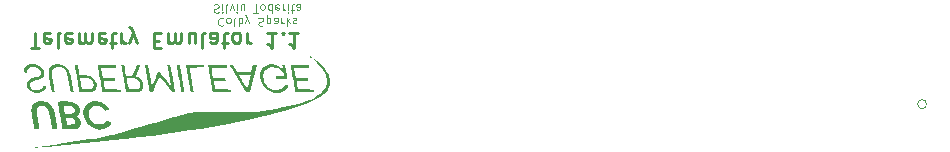
<source format=gbo>
%TF.GenerationSoftware,KiCad,Pcbnew,(6.0.7-1)-1*%
%TF.CreationDate,2022-11-21T17:18:22-08:00*%
%TF.ProjectId,telemetry-emulator-pcb,74656c65-6d65-4747-9279-2d656d756c61,rev?*%
%TF.SameCoordinates,Original*%
%TF.FileFunction,Legend,Bot*%
%TF.FilePolarity,Positive*%
%FSLAX46Y46*%
G04 Gerber Fmt 4.6, Leading zero omitted, Abs format (unit mm)*
G04 Created by KiCad (PCBNEW (6.0.7-1)-1) date 2022-11-21 17:18:22*
%MOMM*%
%LPD*%
G01*
G04 APERTURE LIST*
%ADD10C,0.250000*%
%ADD11C,0.100000*%
%ADD12C,0.120000*%
%ADD13C,3.200000*%
%ADD14C,2.000000*%
%ADD15R,1.700000X1.700000*%
%ADD16O,1.700000X1.700000*%
%ADD17C,3.400000*%
%ADD18R,1.690000X1.690000*%
%ADD19C,1.690000*%
%ADD20C,3.454400*%
%ADD21C,1.676400*%
G04 APERTURE END LIST*
D10*
X95809523Y-68411904D02*
X96552380Y-68411904D01*
X96180952Y-67111904D02*
X96180952Y-68411904D01*
X97480952Y-67173809D02*
X97357142Y-67111904D01*
X97109523Y-67111904D01*
X96985714Y-67173809D01*
X96923809Y-67297619D01*
X96923809Y-67792857D01*
X96985714Y-67916666D01*
X97109523Y-67978571D01*
X97357142Y-67978571D01*
X97480952Y-67916666D01*
X97542857Y-67792857D01*
X97542857Y-67669047D01*
X96923809Y-67545238D01*
X98285714Y-67111904D02*
X98161904Y-67173809D01*
X98100000Y-67297619D01*
X98100000Y-68411904D01*
X99276190Y-67173809D02*
X99152380Y-67111904D01*
X98904761Y-67111904D01*
X98780952Y-67173809D01*
X98719047Y-67297619D01*
X98719047Y-67792857D01*
X98780952Y-67916666D01*
X98904761Y-67978571D01*
X99152380Y-67978571D01*
X99276190Y-67916666D01*
X99338095Y-67792857D01*
X99338095Y-67669047D01*
X98719047Y-67545238D01*
X99895238Y-67111904D02*
X99895238Y-67978571D01*
X99895238Y-67854761D02*
X99957142Y-67916666D01*
X100080952Y-67978571D01*
X100266666Y-67978571D01*
X100390476Y-67916666D01*
X100452380Y-67792857D01*
X100452380Y-67111904D01*
X100452380Y-67792857D02*
X100514285Y-67916666D01*
X100638095Y-67978571D01*
X100823809Y-67978571D01*
X100947619Y-67916666D01*
X101009523Y-67792857D01*
X101009523Y-67111904D01*
X102123809Y-67173809D02*
X102000000Y-67111904D01*
X101752380Y-67111904D01*
X101628571Y-67173809D01*
X101566666Y-67297619D01*
X101566666Y-67792857D01*
X101628571Y-67916666D01*
X101752380Y-67978571D01*
X102000000Y-67978571D01*
X102123809Y-67916666D01*
X102185714Y-67792857D01*
X102185714Y-67669047D01*
X101566666Y-67545238D01*
X102557142Y-67978571D02*
X103052380Y-67978571D01*
X102742857Y-68411904D02*
X102742857Y-67297619D01*
X102804761Y-67173809D01*
X102928571Y-67111904D01*
X103052380Y-67111904D01*
X103485714Y-67111904D02*
X103485714Y-67978571D01*
X103485714Y-67730952D02*
X103547619Y-67854761D01*
X103609523Y-67916666D01*
X103733333Y-67978571D01*
X103857142Y-67978571D01*
X104166666Y-67978571D02*
X104476190Y-67111904D01*
X104785714Y-67978571D02*
X104476190Y-67111904D01*
X104352380Y-66802380D01*
X104290476Y-66740476D01*
X104166666Y-66678571D01*
X106271428Y-67792857D02*
X106704761Y-67792857D01*
X106890476Y-67111904D02*
X106271428Y-67111904D01*
X106271428Y-68411904D01*
X106890476Y-68411904D01*
X107447619Y-67111904D02*
X107447619Y-67978571D01*
X107447619Y-67854761D02*
X107509523Y-67916666D01*
X107633333Y-67978571D01*
X107819047Y-67978571D01*
X107942857Y-67916666D01*
X108004761Y-67792857D01*
X108004761Y-67111904D01*
X108004761Y-67792857D02*
X108066666Y-67916666D01*
X108190476Y-67978571D01*
X108376190Y-67978571D01*
X108500000Y-67916666D01*
X108561904Y-67792857D01*
X108561904Y-67111904D01*
X109738095Y-67978571D02*
X109738095Y-67111904D01*
X109180952Y-67978571D02*
X109180952Y-67297619D01*
X109242857Y-67173809D01*
X109366666Y-67111904D01*
X109552380Y-67111904D01*
X109676190Y-67173809D01*
X109738095Y-67235714D01*
X110542857Y-67111904D02*
X110419047Y-67173809D01*
X110357142Y-67297619D01*
X110357142Y-68411904D01*
X111595238Y-67111904D02*
X111595238Y-67792857D01*
X111533333Y-67916666D01*
X111409523Y-67978571D01*
X111161904Y-67978571D01*
X111038095Y-67916666D01*
X111595238Y-67173809D02*
X111471428Y-67111904D01*
X111161904Y-67111904D01*
X111038095Y-67173809D01*
X110976190Y-67297619D01*
X110976190Y-67421428D01*
X111038095Y-67545238D01*
X111161904Y-67607142D01*
X111471428Y-67607142D01*
X111595238Y-67669047D01*
X112028571Y-67978571D02*
X112523809Y-67978571D01*
X112214285Y-68411904D02*
X112214285Y-67297619D01*
X112276190Y-67173809D01*
X112400000Y-67111904D01*
X112523809Y-67111904D01*
X113142857Y-67111904D02*
X113019047Y-67173809D01*
X112957142Y-67235714D01*
X112895238Y-67359523D01*
X112895238Y-67730952D01*
X112957142Y-67854761D01*
X113019047Y-67916666D01*
X113142857Y-67978571D01*
X113328571Y-67978571D01*
X113452380Y-67916666D01*
X113514285Y-67854761D01*
X113576190Y-67730952D01*
X113576190Y-67359523D01*
X113514285Y-67235714D01*
X113452380Y-67173809D01*
X113328571Y-67111904D01*
X113142857Y-67111904D01*
X114133333Y-67111904D02*
X114133333Y-67978571D01*
X114133333Y-67730952D02*
X114195238Y-67854761D01*
X114257142Y-67916666D01*
X114380952Y-67978571D01*
X114504761Y-67978571D01*
X116609523Y-67111904D02*
X115866666Y-67111904D01*
X116238095Y-67111904D02*
X116238095Y-68411904D01*
X116114285Y-68226190D01*
X115990476Y-68102380D01*
X115866666Y-68040476D01*
X117166666Y-67235714D02*
X117228571Y-67173809D01*
X117166666Y-67111904D01*
X117104761Y-67173809D01*
X117166666Y-67235714D01*
X117166666Y-67111904D01*
X118466666Y-67111904D02*
X117723809Y-67111904D01*
X118095238Y-67111904D02*
X118095238Y-68411904D01*
X117971428Y-68226190D01*
X117847619Y-68102380D01*
X117723809Y-68040476D01*
D11*
X112116666Y-65913500D02*
X112083333Y-65880166D01*
X111983333Y-65846833D01*
X111916666Y-65846833D01*
X111816666Y-65880166D01*
X111750000Y-65946833D01*
X111716666Y-66013500D01*
X111683333Y-66146833D01*
X111683333Y-66246833D01*
X111716666Y-66380166D01*
X111750000Y-66446833D01*
X111816666Y-66513500D01*
X111916666Y-66546833D01*
X111983333Y-66546833D01*
X112083333Y-66513500D01*
X112116666Y-66480166D01*
X112516666Y-65846833D02*
X112450000Y-65880166D01*
X112416666Y-65913500D01*
X112383333Y-65980166D01*
X112383333Y-66180166D01*
X112416666Y-66246833D01*
X112450000Y-66280166D01*
X112516666Y-66313500D01*
X112616666Y-66313500D01*
X112683333Y-66280166D01*
X112716666Y-66246833D01*
X112750000Y-66180166D01*
X112750000Y-65980166D01*
X112716666Y-65913500D01*
X112683333Y-65880166D01*
X112616666Y-65846833D01*
X112516666Y-65846833D01*
X113150000Y-65846833D02*
X113083333Y-65880166D01*
X113050000Y-65946833D01*
X113050000Y-66546833D01*
X113416666Y-65846833D02*
X113416666Y-66546833D01*
X113416666Y-66280166D02*
X113483333Y-66313500D01*
X113616666Y-66313500D01*
X113683333Y-66280166D01*
X113716666Y-66246833D01*
X113750000Y-66180166D01*
X113750000Y-65980166D01*
X113716666Y-65913500D01*
X113683333Y-65880166D01*
X113616666Y-65846833D01*
X113483333Y-65846833D01*
X113416666Y-65880166D01*
X113983333Y-66313500D02*
X114150000Y-65846833D01*
X114316666Y-66313500D02*
X114150000Y-65846833D01*
X114083333Y-65680166D01*
X114050000Y-65646833D01*
X113983333Y-65613500D01*
X115083333Y-65880166D02*
X115183333Y-65846833D01*
X115350000Y-65846833D01*
X115416666Y-65880166D01*
X115450000Y-65913500D01*
X115483333Y-65980166D01*
X115483333Y-66046833D01*
X115450000Y-66113500D01*
X115416666Y-66146833D01*
X115350000Y-66180166D01*
X115216666Y-66213500D01*
X115150000Y-66246833D01*
X115116666Y-66280166D01*
X115083333Y-66346833D01*
X115083333Y-66413500D01*
X115116666Y-66480166D01*
X115150000Y-66513500D01*
X115216666Y-66546833D01*
X115383333Y-66546833D01*
X115483333Y-66513500D01*
X115783333Y-66313500D02*
X115783333Y-65613500D01*
X115783333Y-66280166D02*
X115850000Y-66313500D01*
X115983333Y-66313500D01*
X116050000Y-66280166D01*
X116083333Y-66246833D01*
X116116666Y-66180166D01*
X116116666Y-65980166D01*
X116083333Y-65913500D01*
X116050000Y-65880166D01*
X115983333Y-65846833D01*
X115850000Y-65846833D01*
X115783333Y-65880166D01*
X116716666Y-65846833D02*
X116716666Y-66213500D01*
X116683333Y-66280166D01*
X116616666Y-66313500D01*
X116483333Y-66313500D01*
X116416666Y-66280166D01*
X116716666Y-65880166D02*
X116650000Y-65846833D01*
X116483333Y-65846833D01*
X116416666Y-65880166D01*
X116383333Y-65946833D01*
X116383333Y-66013500D01*
X116416666Y-66080166D01*
X116483333Y-66113500D01*
X116650000Y-66113500D01*
X116716666Y-66146833D01*
X117050000Y-65846833D02*
X117050000Y-66313500D01*
X117050000Y-66180166D02*
X117083333Y-66246833D01*
X117116666Y-66280166D01*
X117183333Y-66313500D01*
X117250000Y-66313500D01*
X117483333Y-65846833D02*
X117483333Y-66546833D01*
X117550000Y-66113500D02*
X117750000Y-65846833D01*
X117750000Y-66313500D02*
X117483333Y-66046833D01*
X118016666Y-65880166D02*
X118083333Y-65846833D01*
X118216666Y-65846833D01*
X118283333Y-65880166D01*
X118316666Y-65946833D01*
X118316666Y-65980166D01*
X118283333Y-66046833D01*
X118216666Y-66080166D01*
X118116666Y-66080166D01*
X118050000Y-66113500D01*
X118016666Y-66180166D01*
X118016666Y-66213500D01*
X118050000Y-66280166D01*
X118116666Y-66313500D01*
X118216666Y-66313500D01*
X118283333Y-66280166D01*
X111333333Y-64753166D02*
X111433333Y-64719833D01*
X111600000Y-64719833D01*
X111666666Y-64753166D01*
X111700000Y-64786500D01*
X111733333Y-64853166D01*
X111733333Y-64919833D01*
X111700000Y-64986500D01*
X111666666Y-65019833D01*
X111600000Y-65053166D01*
X111466666Y-65086500D01*
X111400000Y-65119833D01*
X111366666Y-65153166D01*
X111333333Y-65219833D01*
X111333333Y-65286500D01*
X111366666Y-65353166D01*
X111400000Y-65386500D01*
X111466666Y-65419833D01*
X111633333Y-65419833D01*
X111733333Y-65386500D01*
X112033333Y-64719833D02*
X112033333Y-65186500D01*
X112033333Y-65419833D02*
X112000000Y-65386500D01*
X112033333Y-65353166D01*
X112066666Y-65386500D01*
X112033333Y-65419833D01*
X112033333Y-65353166D01*
X112466666Y-64719833D02*
X112400000Y-64753166D01*
X112366666Y-64819833D01*
X112366666Y-65419833D01*
X112666666Y-65186500D02*
X112833333Y-64719833D01*
X113000000Y-65186500D01*
X113266666Y-64719833D02*
X113266666Y-65186500D01*
X113266666Y-65419833D02*
X113233333Y-65386500D01*
X113266666Y-65353166D01*
X113300000Y-65386500D01*
X113266666Y-65419833D01*
X113266666Y-65353166D01*
X113900000Y-65186500D02*
X113900000Y-64719833D01*
X113600000Y-65186500D02*
X113600000Y-64819833D01*
X113633333Y-64753166D01*
X113700000Y-64719833D01*
X113800000Y-64719833D01*
X113866666Y-64753166D01*
X113900000Y-64786500D01*
X114666666Y-65419833D02*
X115066666Y-65419833D01*
X114866666Y-64719833D02*
X114866666Y-65419833D01*
X115400000Y-64719833D02*
X115333333Y-64753166D01*
X115300000Y-64786500D01*
X115266666Y-64853166D01*
X115266666Y-65053166D01*
X115300000Y-65119833D01*
X115333333Y-65153166D01*
X115400000Y-65186500D01*
X115500000Y-65186500D01*
X115566666Y-65153166D01*
X115600000Y-65119833D01*
X115633333Y-65053166D01*
X115633333Y-64853166D01*
X115600000Y-64786500D01*
X115566666Y-64753166D01*
X115500000Y-64719833D01*
X115400000Y-64719833D01*
X116233333Y-64719833D02*
X116233333Y-65419833D01*
X116233333Y-64753166D02*
X116166666Y-64719833D01*
X116033333Y-64719833D01*
X115966666Y-64753166D01*
X115933333Y-64786500D01*
X115900000Y-64853166D01*
X115900000Y-65053166D01*
X115933333Y-65119833D01*
X115966666Y-65153166D01*
X116033333Y-65186500D01*
X116166666Y-65186500D01*
X116233333Y-65153166D01*
X116833333Y-64753166D02*
X116766666Y-64719833D01*
X116633333Y-64719833D01*
X116566666Y-64753166D01*
X116533333Y-64819833D01*
X116533333Y-65086500D01*
X116566666Y-65153166D01*
X116633333Y-65186500D01*
X116766666Y-65186500D01*
X116833333Y-65153166D01*
X116866666Y-65086500D01*
X116866666Y-65019833D01*
X116533333Y-64953166D01*
X117166666Y-64719833D02*
X117166666Y-65186500D01*
X117166666Y-65053166D02*
X117200000Y-65119833D01*
X117233333Y-65153166D01*
X117300000Y-65186500D01*
X117366666Y-65186500D01*
X117600000Y-64719833D02*
X117600000Y-65186500D01*
X117600000Y-65419833D02*
X117566666Y-65386500D01*
X117600000Y-65353166D01*
X117633333Y-65386500D01*
X117600000Y-65419833D01*
X117600000Y-65353166D01*
X117833333Y-65186500D02*
X118100000Y-65186500D01*
X117933333Y-65419833D02*
X117933333Y-64819833D01*
X117966666Y-64753166D01*
X118033333Y-64719833D01*
X118100000Y-64719833D01*
X118633333Y-64719833D02*
X118633333Y-65086500D01*
X118600000Y-65153166D01*
X118533333Y-65186500D01*
X118400000Y-65186500D01*
X118333333Y-65153166D01*
X118633333Y-64753166D02*
X118566666Y-64719833D01*
X118400000Y-64719833D01*
X118333333Y-64753166D01*
X118300000Y-64819833D01*
X118300000Y-64886500D01*
X118333333Y-64953166D01*
X118400000Y-64986500D01*
X118566666Y-64986500D01*
X118633333Y-65019833D01*
D12*
X171669500Y-73169500D02*
G75*
G03*
X171669500Y-73169500I-381000J0D01*
G01*
G36*
X110490858Y-70070186D02*
G01*
X109258688Y-70082174D01*
X109271949Y-70143793D01*
X109277406Y-70171321D01*
X109290482Y-70241628D01*
X109309147Y-70344566D01*
X109332441Y-70474634D01*
X109359400Y-70626332D01*
X109389062Y-70794158D01*
X109420465Y-70972612D01*
X109452648Y-71156193D01*
X109484648Y-71339399D01*
X109515503Y-71516730D01*
X109544251Y-71682685D01*
X109569929Y-71831764D01*
X109591576Y-71958464D01*
X109608230Y-72057286D01*
X109618928Y-72122728D01*
X109622709Y-72149290D01*
X109618592Y-72158878D01*
X109579841Y-72172886D01*
X109498758Y-72177462D01*
X109447793Y-72176961D01*
X109395190Y-72174915D01*
X109374795Y-72171828D01*
X109374301Y-72168633D01*
X109367878Y-72131178D01*
X109354604Y-72054975D01*
X109335209Y-71944179D01*
X109310423Y-71802947D01*
X109280975Y-71635434D01*
X109247596Y-71445796D01*
X109211014Y-71238190D01*
X109171961Y-71016770D01*
X109158114Y-70938260D01*
X109119800Y-70720606D01*
X109084219Y-70517869D01*
X109052103Y-70334259D01*
X109024185Y-70173984D01*
X109001196Y-70041256D01*
X108983868Y-69940283D01*
X108972934Y-69875276D01*
X108969127Y-69850444D01*
X108978890Y-69847710D01*
X109027687Y-69843880D01*
X109112794Y-69840477D01*
X109228952Y-69837622D01*
X109370903Y-69835434D01*
X109533387Y-69834034D01*
X109711147Y-69833540D01*
X110453172Y-69833540D01*
X110490858Y-70070186D01*
G37*
G36*
X116366606Y-69806412D02*
G01*
X116599931Y-69854282D01*
X116827749Y-69944002D01*
X117045464Y-70074380D01*
X117095652Y-70108164D01*
X117142968Y-70135263D01*
X117165337Y-70141554D01*
X117167536Y-70123669D01*
X117163099Y-70072078D01*
X117151860Y-70000640D01*
X117141514Y-69942877D01*
X117131603Y-69882582D01*
X117127773Y-69851939D01*
X117135369Y-69845315D01*
X117176170Y-69836851D01*
X117240461Y-69833540D01*
X117280994Y-69833920D01*
X117332866Y-69835959D01*
X117353160Y-69839175D01*
X117356257Y-69858092D01*
X117366231Y-69915986D01*
X117382083Y-70006992D01*
X117402779Y-70125193D01*
X117427286Y-70264675D01*
X117454570Y-70419521D01*
X117478834Y-70557866D01*
X117503812Y-70702179D01*
X117525063Y-70827014D01*
X117541538Y-70926146D01*
X117552193Y-70993351D01*
X117555979Y-71022405D01*
X117550562Y-71029902D01*
X117523054Y-71038071D01*
X117468273Y-71043951D01*
X117381775Y-71047813D01*
X117259110Y-71049931D01*
X117095834Y-71050577D01*
X116635678Y-71050577D01*
X116611273Y-70936779D01*
X116602316Y-70894304D01*
X116591207Y-70838823D01*
X116586868Y-70812822D01*
X116594456Y-70810724D01*
X116638739Y-70807528D01*
X116715951Y-70804972D01*
X116818455Y-70803276D01*
X116938613Y-70802662D01*
X117001234Y-70802552D01*
X117120059Y-70801244D01*
X117201690Y-70798066D01*
X117251659Y-70792526D01*
X117275499Y-70784131D01*
X117278742Y-70772389D01*
X117272300Y-70746915D01*
X117261672Y-70685997D01*
X117251146Y-70608990D01*
X117249471Y-70595378D01*
X117237558Y-70526448D01*
X117217162Y-70474735D01*
X117179839Y-70424564D01*
X117117144Y-70360262D01*
X117105323Y-70348909D01*
X116949402Y-70230092D01*
X116766471Y-70137287D01*
X116567882Y-70074186D01*
X116364986Y-70044482D01*
X116169137Y-70051868D01*
X116003088Y-70088742D01*
X115837379Y-70160829D01*
X115704725Y-70263274D01*
X115605735Y-70395434D01*
X115541021Y-70556663D01*
X115511193Y-70746318D01*
X115509744Y-70860700D01*
X115537546Y-71079130D01*
X115603193Y-71284105D01*
X115703286Y-71470939D01*
X115834423Y-71634948D01*
X115993204Y-71771446D01*
X116176226Y-71875749D01*
X116380089Y-71943172D01*
X116530567Y-71966916D01*
X116725264Y-71966908D01*
X116903944Y-71930994D01*
X117062131Y-71860732D01*
X117195345Y-71757680D01*
X117299106Y-71623396D01*
X117321250Y-71586857D01*
X117351569Y-71541563D01*
X117367849Y-71523869D01*
X117400876Y-71528973D01*
X117458992Y-71542865D01*
X117524020Y-71560866D01*
X117579007Y-71578262D01*
X117607002Y-71590341D01*
X117610344Y-71596094D01*
X117605102Y-71634516D01*
X117579696Y-71695492D01*
X117539858Y-71769062D01*
X117491317Y-71845264D01*
X117439804Y-71914136D01*
X117391050Y-71965717D01*
X117278023Y-72049866D01*
X117098655Y-72139144D01*
X116902817Y-72193394D01*
X116696281Y-72213544D01*
X116484821Y-72200523D01*
X116274208Y-72155260D01*
X116070214Y-72078683D01*
X115878611Y-71971723D01*
X115705173Y-71835307D01*
X115555671Y-71670364D01*
X115484766Y-71568758D01*
X115375903Y-71368359D01*
X115299070Y-71160362D01*
X115254396Y-70950251D01*
X115242010Y-70743508D01*
X115262040Y-70545615D01*
X115314614Y-70362055D01*
X115399862Y-70198310D01*
X115517911Y-70059863D01*
X115570357Y-70015997D01*
X115714556Y-69924552D01*
X115876202Y-69853704D01*
X116036498Y-69812422D01*
X116132369Y-69801585D01*
X116366606Y-69806412D01*
G37*
G36*
X119350857Y-69026336D02*
G01*
X119389799Y-69044884D01*
X119449909Y-69079063D01*
X119526822Y-69126173D01*
X119616170Y-69183515D01*
X119713587Y-69248392D01*
X119814708Y-69318103D01*
X119915166Y-69389951D01*
X120010594Y-69461237D01*
X120075722Y-69512190D01*
X120303088Y-69707046D01*
X120512278Y-69912828D01*
X120698593Y-70123914D01*
X120857335Y-70334682D01*
X120983804Y-70539510D01*
X121073301Y-70732774D01*
X121097191Y-70799992D01*
X121163405Y-71054796D01*
X121186402Y-71297419D01*
X121166095Y-71528094D01*
X121102398Y-71747053D01*
X120995224Y-71954528D01*
X120844487Y-72150752D01*
X120650100Y-72335956D01*
X120411978Y-72510373D01*
X120320617Y-72568197D01*
X120009818Y-72745524D01*
X119654516Y-72921896D01*
X119255141Y-73097223D01*
X118812117Y-73271416D01*
X118325874Y-73444384D01*
X117796838Y-73616037D01*
X117225436Y-73786286D01*
X116612096Y-73955040D01*
X115957244Y-74122210D01*
X115261307Y-74287705D01*
X114524714Y-74451436D01*
X113747891Y-74613313D01*
X112931265Y-74773246D01*
X112075263Y-74931144D01*
X111180313Y-75086919D01*
X110246842Y-75240479D01*
X109275276Y-75391736D01*
X108266044Y-75540598D01*
X107219572Y-75686977D01*
X106136288Y-75830782D01*
X105016618Y-75971924D01*
X103860990Y-76110311D01*
X102669831Y-76245856D01*
X102072967Y-76311248D01*
X100410536Y-76484720D01*
X98767867Y-76643360D01*
X97155955Y-76786091D01*
X96941208Y-76804026D01*
X96695789Y-76823901D01*
X96494334Y-76839369D01*
X96336335Y-76850443D01*
X96221282Y-76857137D01*
X96148667Y-76859464D01*
X96117981Y-76857437D01*
X96128714Y-76851071D01*
X96180359Y-76840378D01*
X96272407Y-76825373D01*
X96404348Y-76806069D01*
X96429065Y-76802574D01*
X96547802Y-76785775D01*
X96701875Y-76763967D01*
X96883941Y-76738189D01*
X97086662Y-76709480D01*
X97302696Y-76678881D01*
X97524702Y-76647430D01*
X97745341Y-76616166D01*
X97914123Y-76592166D01*
X98534832Y-76502403D01*
X99125639Y-76414551D01*
X99685049Y-76328862D01*
X100211566Y-76245591D01*
X100703695Y-76164991D01*
X101159940Y-76087314D01*
X101578806Y-76012815D01*
X101958799Y-75941745D01*
X102298421Y-75874359D01*
X102596178Y-75810910D01*
X102850575Y-75751650D01*
X102877987Y-75744853D01*
X102983905Y-75717712D01*
X103110979Y-75683923D01*
X103260674Y-75643061D01*
X103434458Y-75594699D01*
X103633795Y-75538411D01*
X103860153Y-75473771D01*
X104114997Y-75400352D01*
X104399793Y-75317729D01*
X104716008Y-75225474D01*
X105065107Y-75123162D01*
X105448557Y-75010367D01*
X105867825Y-74886662D01*
X106324375Y-74751620D01*
X106819675Y-74604817D01*
X107355190Y-74445825D01*
X107932387Y-74274218D01*
X108075184Y-74231794D01*
X108309774Y-74162566D01*
X108510126Y-74104447D01*
X108682008Y-74056112D01*
X108831185Y-74016236D01*
X108963426Y-73983495D01*
X109084496Y-73956564D01*
X109200163Y-73934120D01*
X109316194Y-73914837D01*
X109438354Y-73897391D01*
X109572413Y-73880458D01*
X109724135Y-73862713D01*
X109752854Y-73859786D01*
X109867778Y-73851913D01*
X110020895Y-73845514D01*
X110207050Y-73840589D01*
X110421091Y-73837137D01*
X110657864Y-73835160D01*
X110912213Y-73834657D01*
X111178986Y-73835628D01*
X111453028Y-73838074D01*
X111729185Y-73841995D01*
X112002304Y-73847391D01*
X112267231Y-73854262D01*
X112518811Y-73862609D01*
X112759284Y-73870259D01*
X113305716Y-73876950D01*
X113840500Y-73867585D01*
X114371015Y-73841494D01*
X114904643Y-73798009D01*
X115448767Y-73736462D01*
X116010767Y-73656182D01*
X116598026Y-73556501D01*
X117217924Y-73436750D01*
X117640476Y-73347123D01*
X118070921Y-73246687D01*
X118461737Y-73144604D01*
X118815793Y-73039819D01*
X119135958Y-72931280D01*
X119425100Y-72817935D01*
X119686090Y-72698732D01*
X119921796Y-72572616D01*
X120135087Y-72438537D01*
X120328832Y-72295441D01*
X120515812Y-72125646D01*
X120677249Y-71930509D01*
X120796940Y-71724229D01*
X120874225Y-71508681D01*
X120908445Y-71285743D01*
X120898942Y-71057290D01*
X120845057Y-70825200D01*
X120790073Y-70680974D01*
X120694879Y-70483814D01*
X120578217Y-70283502D01*
X120447711Y-70094068D01*
X120377891Y-70005883D01*
X120246190Y-69854696D01*
X120094999Y-69694930D01*
X119934836Y-69537179D01*
X119776217Y-69392037D01*
X119629662Y-69270098D01*
X119574893Y-69227222D01*
X119493294Y-69162689D01*
X119425912Y-69108632D01*
X119383464Y-69073605D01*
X119353944Y-69046926D01*
X119337450Y-69026117D01*
X119350857Y-69026336D01*
G37*
G36*
X96204786Y-69814093D02*
G01*
X96392087Y-69853380D01*
X96553268Y-69914528D01*
X96671373Y-69991811D01*
X96776753Y-70100022D01*
X96859468Y-70227801D01*
X96917191Y-70367511D01*
X96947591Y-70511513D01*
X96948341Y-70652170D01*
X96917111Y-70781843D01*
X96851573Y-70892896D01*
X96814153Y-70931331D01*
X96732013Y-70989819D01*
X96621126Y-71042623D01*
X96476057Y-71092147D01*
X96291373Y-71140796D01*
X96282702Y-71142862D01*
X96120517Y-71184635D01*
X95996315Y-71224176D01*
X95903604Y-71264268D01*
X95835894Y-71307697D01*
X95786691Y-71357247D01*
X95780882Y-71365103D01*
X95746752Y-71449073D01*
X95740504Y-71551950D01*
X95759983Y-71660749D01*
X95803034Y-71762484D01*
X95867502Y-71844170D01*
X95930322Y-71889807D01*
X96053819Y-71943680D01*
X96197287Y-71975110D01*
X96348380Y-71982828D01*
X96494750Y-71965562D01*
X96624050Y-71922042D01*
X96683328Y-71887089D01*
X96766993Y-71812030D01*
X96823247Y-71725832D01*
X96843833Y-71639123D01*
X96843837Y-71637984D01*
X96850565Y-71606909D01*
X96875556Y-71593986D01*
X96926864Y-71598239D01*
X97012542Y-71618694D01*
X97046616Y-71628176D01*
X97091124Y-71646784D01*
X97109087Y-71674649D01*
X97104755Y-71722989D01*
X97082379Y-71803024D01*
X97053866Y-71878804D01*
X96976205Y-71998487D01*
X96865143Y-72091194D01*
X96718916Y-72158208D01*
X96535763Y-72200812D01*
X96347615Y-72214168D01*
X96155543Y-72196078D01*
X95976591Y-72147543D01*
X95816522Y-72071345D01*
X95681097Y-71970263D01*
X95576078Y-71847077D01*
X95507227Y-71704567D01*
X95485364Y-71617403D01*
X95470999Y-71488855D01*
X95475606Y-71367180D01*
X95499482Y-71269244D01*
X95550532Y-71184958D01*
X95640615Y-71102715D01*
X95768169Y-71031066D01*
X95935562Y-70968710D01*
X96145164Y-70914343D01*
X96271870Y-70884947D01*
X96400348Y-70849046D01*
X96496079Y-70812243D01*
X96565840Y-70771194D01*
X96616410Y-70722552D01*
X96654570Y-70662974D01*
X96675883Y-70607306D01*
X96684722Y-70497007D01*
X96658505Y-70382205D01*
X96601151Y-70271870D01*
X96516582Y-70174969D01*
X96408717Y-70100473D01*
X96381235Y-70087590D01*
X96244782Y-70046850D01*
X96089545Y-70029715D01*
X95930006Y-70035870D01*
X95780648Y-70065002D01*
X95655953Y-70116796D01*
X95638247Y-70127885D01*
X95549166Y-70211043D01*
X95490298Y-70316364D01*
X95469033Y-70431411D01*
X95467296Y-70472927D01*
X95456088Y-70501050D01*
X95429592Y-70501263D01*
X95417369Y-70497805D01*
X95361514Y-70482682D01*
X95292031Y-70464440D01*
X95193911Y-70439064D01*
X95209659Y-70333507D01*
X95215249Y-70300404D01*
X95263608Y-70144368D01*
X95344520Y-70018307D01*
X95458978Y-69921331D01*
X95607973Y-69852551D01*
X95792501Y-69811076D01*
X95809097Y-69808889D01*
X96005684Y-69798614D01*
X96204786Y-69814093D01*
G37*
G36*
X96799086Y-72916039D02*
G01*
X96943792Y-72935122D01*
X97068740Y-72964397D01*
X97166928Y-73000836D01*
X97348670Y-73102943D01*
X97508965Y-73240828D01*
X97644062Y-73410205D01*
X97750207Y-73606792D01*
X97823650Y-73826306D01*
X97832784Y-73868432D01*
X97848711Y-73948831D01*
X97869523Y-74057994D01*
X97894026Y-74189277D01*
X97921024Y-74336038D01*
X97949322Y-74491632D01*
X97977724Y-74649418D01*
X98005036Y-74802750D01*
X98030063Y-74944988D01*
X98051608Y-75069486D01*
X98068477Y-75169602D01*
X98079476Y-75238693D01*
X98083407Y-75270115D01*
X98074684Y-75274991D01*
X98030079Y-75281522D01*
X97956183Y-75286003D01*
X97862633Y-75287666D01*
X97641858Y-75287666D01*
X97515549Y-74572094D01*
X97500735Y-74489171D01*
X97467760Y-74311154D01*
X97435353Y-74144457D01*
X97404891Y-73995705D01*
X97377755Y-73871526D01*
X97355322Y-73778547D01*
X97338971Y-73723395D01*
X97308732Y-73654598D01*
X97219412Y-73521991D01*
X97103735Y-73422052D01*
X96966325Y-73359297D01*
X96840479Y-73334499D01*
X96699228Y-73334287D01*
X96571673Y-73362973D01*
X96466212Y-73418519D01*
X96391245Y-73498885D01*
X96381625Y-73515098D01*
X96358981Y-73562154D01*
X96343218Y-73614868D01*
X96334593Y-73678054D01*
X96333361Y-73756529D01*
X96339781Y-73855108D01*
X96354108Y-73978606D01*
X96376599Y-74131839D01*
X96407511Y-74319622D01*
X96447101Y-74546770D01*
X96464888Y-74647310D01*
X96494144Y-74813322D01*
X96520176Y-74961856D01*
X96542051Y-75087532D01*
X96558833Y-75184970D01*
X96569588Y-75248790D01*
X96573381Y-75273611D01*
X96563985Y-75277634D01*
X96518497Y-75282807D01*
X96443844Y-75286351D01*
X96349601Y-75287666D01*
X96125822Y-75287666D01*
X96102330Y-75169343D01*
X96094194Y-75126686D01*
X96078371Y-75040925D01*
X96057198Y-74924433D01*
X96032021Y-74784657D01*
X96004186Y-74629044D01*
X95975039Y-74465040D01*
X95952788Y-74337258D01*
X95917919Y-74122771D01*
X95892996Y-73943826D01*
X95877666Y-73794971D01*
X95871574Y-73670754D01*
X95874363Y-73565722D01*
X95885681Y-73474423D01*
X95905172Y-73391405D01*
X95942747Y-73295287D01*
X96032220Y-73162759D01*
X96155333Y-73053231D01*
X96306947Y-72970906D01*
X96481920Y-72919986D01*
X96523869Y-72914007D01*
X96652989Y-72908537D01*
X96799086Y-72916039D01*
G37*
G36*
X105675392Y-69837880D02*
G01*
X105727022Y-69847654D01*
X105751381Y-69861713D01*
X105752859Y-69867688D01*
X105761508Y-69911726D01*
X105776532Y-69993416D01*
X105797072Y-70107909D01*
X105822268Y-70250355D01*
X105851259Y-70415903D01*
X105883187Y-70599704D01*
X105917191Y-70796908D01*
X105931905Y-70882034D01*
X105965394Y-71071921D01*
X105996842Y-71245048D01*
X106025352Y-71396799D01*
X106050028Y-71522556D01*
X106069973Y-71617702D01*
X106084291Y-71677622D01*
X106092085Y-71697698D01*
X106093175Y-71697039D01*
X106109320Y-71669831D01*
X106136434Y-71609381D01*
X106171008Y-71523933D01*
X106209535Y-71421730D01*
X106225767Y-71377564D01*
X106275131Y-71245653D01*
X106332958Y-71093663D01*
X106393329Y-70937080D01*
X106450329Y-70791393D01*
X106592732Y-70430790D01*
X106676802Y-70430790D01*
X106701553Y-70431785D01*
X106724434Y-70437364D01*
X106749017Y-70451492D01*
X106778875Y-70478135D01*
X106817580Y-70521260D01*
X106868704Y-70584832D01*
X106935820Y-70672817D01*
X107022500Y-70789180D01*
X107132316Y-70937888D01*
X107132586Y-70938254D01*
X107234249Y-71076410D01*
X107330749Y-71208128D01*
X107417755Y-71327449D01*
X107490935Y-71428416D01*
X107545955Y-71505072D01*
X107578486Y-71551460D01*
X107623316Y-71610308D01*
X107666431Y-71650301D01*
X107696019Y-71658202D01*
X107707010Y-71630878D01*
X107704688Y-71609874D01*
X107695288Y-71550858D01*
X107680341Y-71466071D01*
X107661651Y-71366060D01*
X107649492Y-71301432D01*
X107630579Y-71198662D01*
X107607510Y-71071731D01*
X107581391Y-70926868D01*
X107553327Y-70770301D01*
X107524424Y-70608261D01*
X107495787Y-70446976D01*
X107468523Y-70292675D01*
X107443737Y-70151587D01*
X107422533Y-70029942D01*
X107406020Y-69933968D01*
X107395300Y-69869894D01*
X107391482Y-69843951D01*
X107404159Y-69839153D01*
X107450868Y-69836416D01*
X107520142Y-69838050D01*
X107648803Y-69844809D01*
X107845557Y-70960426D01*
X107853251Y-71004045D01*
X107891693Y-71221927D01*
X107927827Y-71426597D01*
X107960865Y-71613603D01*
X107990017Y-71778489D01*
X108014498Y-71916802D01*
X108033519Y-72024086D01*
X108046292Y-72095887D01*
X108052028Y-72127752D01*
X108052834Y-72132130D01*
X108054290Y-72158590D01*
X108039915Y-72171897D01*
X107999990Y-72175495D01*
X107924798Y-72172827D01*
X107787851Y-72166194D01*
X107279036Y-71478793D01*
X107262554Y-71456548D01*
X107148550Y-71303868D01*
X107042470Y-71163799D01*
X106947422Y-71040306D01*
X106866518Y-70937354D01*
X106802869Y-70858908D01*
X106759584Y-70808933D01*
X106739775Y-70791393D01*
X106722952Y-70812153D01*
X106692060Y-70873298D01*
X106648049Y-70972682D01*
X106591833Y-71108156D01*
X106524330Y-71277576D01*
X106446456Y-71478793D01*
X106183583Y-72166194D01*
X106043788Y-72172903D01*
X105977877Y-72175269D01*
X105924475Y-72175406D01*
X105903988Y-72172903D01*
X105903495Y-72169647D01*
X105897077Y-72132017D01*
X105883807Y-72055641D01*
X105864413Y-71944683D01*
X105839627Y-71803301D01*
X105810177Y-71635658D01*
X105776795Y-71445915D01*
X105740211Y-71238232D01*
X105701153Y-71016770D01*
X105687306Y-70938260D01*
X105648992Y-70720606D01*
X105613411Y-70517869D01*
X105581296Y-70334259D01*
X105553377Y-70173984D01*
X105530388Y-70041256D01*
X105513061Y-69940283D01*
X105502127Y-69875276D01*
X105498319Y-69850444D01*
X105508860Y-69841031D01*
X105551112Y-69833892D01*
X105611689Y-69833067D01*
X105675392Y-69837880D01*
G37*
G36*
X119015673Y-69833235D02*
G01*
X119140219Y-69834483D01*
X119234275Y-69837860D01*
X119302337Y-69844270D01*
X119348903Y-69854614D01*
X119378468Y-69869796D01*
X119395530Y-69890716D01*
X119404584Y-69918279D01*
X119410128Y-69953386D01*
X119416657Y-69996939D01*
X119431636Y-70081455D01*
X118775534Y-70081455D01*
X118729365Y-70081469D01*
X118566321Y-70081751D01*
X118420422Y-70082359D01*
X118297255Y-70083244D01*
X118202405Y-70084360D01*
X118141459Y-70085658D01*
X118120003Y-70087090D01*
X118120011Y-70087162D01*
X118124154Y-70111222D01*
X118134928Y-70172480D01*
X118151099Y-70263959D01*
X118171434Y-70378682D01*
X118194700Y-70509672D01*
X118268827Y-70926619D01*
X118778458Y-70932673D01*
X119288088Y-70938726D01*
X119325648Y-71174534D01*
X118823960Y-71180592D01*
X118752516Y-71181622D01*
X118614661Y-71184630D01*
X118496280Y-71188572D01*
X118403775Y-71193161D01*
X118343543Y-71198109D01*
X118321987Y-71203130D01*
X118323382Y-71215069D01*
X118331160Y-71265473D01*
X118344622Y-71347458D01*
X118362462Y-71453126D01*
X118383375Y-71574579D01*
X118445048Y-71929548D01*
X119092267Y-71929548D01*
X119129157Y-71929575D01*
X119292535Y-71930377D01*
X119439557Y-71932180D01*
X119564480Y-71934837D01*
X119661559Y-71938199D01*
X119725052Y-71942120D01*
X119749214Y-71946451D01*
X119753059Y-71957205D01*
X119763418Y-72003965D01*
X119774463Y-72070408D01*
X119789984Y-72177462D01*
X119011052Y-72177462D01*
X118858706Y-72177353D01*
X118688635Y-72176954D01*
X118537976Y-72176296D01*
X118411862Y-72175418D01*
X118315425Y-72174356D01*
X118253799Y-72173147D01*
X118232115Y-72171828D01*
X118231621Y-72168633D01*
X118225198Y-72131178D01*
X118211924Y-72054975D01*
X118192529Y-71944179D01*
X118167743Y-71802947D01*
X118138296Y-71635434D01*
X118104916Y-71445796D01*
X118068335Y-71238190D01*
X118029281Y-71016770D01*
X118015434Y-70938260D01*
X117977120Y-70720606D01*
X117941539Y-70517869D01*
X117909423Y-70334259D01*
X117881505Y-70173984D01*
X117858516Y-70041256D01*
X117841189Y-69940283D01*
X117830255Y-69875276D01*
X117826447Y-69850444D01*
X117841056Y-69847181D01*
X117895782Y-69843480D01*
X117986234Y-69840200D01*
X118107272Y-69837455D01*
X118253752Y-69835355D01*
X118420534Y-69834013D01*
X118602474Y-69833540D01*
X118657127Y-69833519D01*
X118856141Y-69833215D01*
X119015673Y-69833235D01*
G37*
G36*
X98314746Y-74172497D02*
G01*
X98280558Y-73977594D01*
X98247009Y-73785876D01*
X98215003Y-73602494D01*
X98185443Y-73432598D01*
X98173959Y-73366327D01*
X98625601Y-73366327D01*
X98625666Y-73367696D01*
X98630575Y-73407181D01*
X98641929Y-73480274D01*
X98658118Y-73577026D01*
X98677533Y-73687489D01*
X98728176Y-73969210D01*
X99031213Y-73975107D01*
X99106185Y-73976384D01*
X99210454Y-73976715D01*
X99283797Y-73973717D01*
X99335273Y-73966433D01*
X99373939Y-73953904D01*
X99408854Y-73935172D01*
X99424049Y-73925178D01*
X99497042Y-73848386D01*
X99532492Y-73750563D01*
X99527533Y-73638866D01*
X99492250Y-73536168D01*
X99425444Y-73447132D01*
X99322521Y-73377595D01*
X99302093Y-73367535D01*
X99256972Y-73349534D01*
X99206512Y-73337731D01*
X99140783Y-73330864D01*
X99049855Y-73327670D01*
X98923796Y-73326886D01*
X98837003Y-73327094D01*
X98741842Y-73328600D01*
X98680083Y-73332356D01*
X98644764Y-73339281D01*
X98628924Y-73350298D01*
X98625601Y-73366327D01*
X98173959Y-73366327D01*
X98159232Y-73281336D01*
X98137274Y-73153859D01*
X98120471Y-73055317D01*
X98109727Y-72990859D01*
X98105945Y-72965636D01*
X98108103Y-72963256D01*
X98142016Y-72956579D01*
X98211529Y-72951333D01*
X98309439Y-72947511D01*
X98428542Y-72945103D01*
X98561634Y-72944100D01*
X98701511Y-72944492D01*
X98840971Y-72946272D01*
X98972809Y-72949429D01*
X99089822Y-72953955D01*
X99184807Y-72959841D01*
X99250559Y-72967078D01*
X99328899Y-72982244D01*
X99521930Y-73043905D01*
X99686184Y-73133630D01*
X99818843Y-73248601D01*
X99917091Y-73385996D01*
X99978114Y-73542996D01*
X99999095Y-73716780D01*
X99999085Y-73721150D01*
X99983691Y-73863704D01*
X99936268Y-73978359D01*
X99852716Y-74071694D01*
X99728934Y-74150290D01*
X99717594Y-74156062D01*
X99675893Y-74180439D01*
X99669309Y-74197003D01*
X99692749Y-74214842D01*
X99780502Y-74271940D01*
X99900680Y-74380405D01*
X99985980Y-74506304D01*
X99996129Y-74526978D01*
X100045110Y-74674278D01*
X100054766Y-74818336D01*
X100026334Y-74952678D01*
X99961047Y-75070826D01*
X99860141Y-75166304D01*
X99842545Y-75178066D01*
X99780906Y-75212096D01*
X99710456Y-75238545D01*
X99625162Y-75258278D01*
X99518991Y-75272157D01*
X99385909Y-75281047D01*
X99219883Y-75285812D01*
X99014878Y-75287314D01*
X98515205Y-75287666D01*
X98502316Y-75225688D01*
X98496113Y-75193437D01*
X98482735Y-75120428D01*
X98463675Y-75014556D01*
X98439835Y-74880971D01*
X98412119Y-74724823D01*
X98381430Y-74551261D01*
X98348832Y-74366345D01*
X98809927Y-74366345D01*
X98811088Y-74424768D01*
X98825936Y-74514992D01*
X98850032Y-74643525D01*
X98865570Y-74729594D01*
X98880696Y-74814780D01*
X98890974Y-74874358D01*
X98894765Y-74898962D01*
X98894769Y-74899018D01*
X98916429Y-74902018D01*
X98974281Y-74903351D01*
X99059598Y-74902958D01*
X99163653Y-74900778D01*
X99257778Y-74896947D01*
X99376432Y-74885485D01*
X99461209Y-74864883D01*
X99518879Y-74832177D01*
X99556210Y-74784407D01*
X99579973Y-74718610D01*
X99581791Y-74710571D01*
X99579941Y-74621057D01*
X99546495Y-74525625D01*
X99488533Y-74438842D01*
X99413132Y-74375273D01*
X99393263Y-74364760D01*
X99344846Y-74346911D01*
X99281412Y-74334841D01*
X99192946Y-74326994D01*
X99069432Y-74321812D01*
X99030922Y-74320482D01*
X98932950Y-74316791D01*
X98866419Y-74318865D01*
X98826891Y-74333213D01*
X98809927Y-74366345D01*
X98348832Y-74366345D01*
X98348672Y-74365436D01*
X98314746Y-74172497D01*
G37*
G36*
X113306873Y-70464596D02*
G01*
X114510020Y-70464596D01*
X114583392Y-70149068D01*
X114656765Y-69833540D01*
X114936060Y-69833540D01*
X114350006Y-72177462D01*
X114070657Y-72177462D01*
X113376008Y-71022405D01*
X113254557Y-70820436D01*
X113189671Y-70712511D01*
X113455326Y-70712511D01*
X113573049Y-70911032D01*
X113607955Y-70969990D01*
X113671700Y-71077905D01*
X113746867Y-71205356D01*
X113826809Y-71341072D01*
X113904880Y-71473781D01*
X113905795Y-71475337D01*
X113974352Y-71589745D01*
X114036478Y-71689368D01*
X114088181Y-71768124D01*
X114125471Y-71819930D01*
X114144353Y-71838703D01*
X114153958Y-71819079D01*
X114172830Y-71762648D01*
X114198952Y-71676445D01*
X114230420Y-71567519D01*
X114265326Y-71442921D01*
X114301763Y-71309701D01*
X114337826Y-71174908D01*
X114371607Y-71045592D01*
X114401200Y-70928804D01*
X114424698Y-70831593D01*
X114440196Y-70761009D01*
X114445785Y-70724103D01*
X114441387Y-70722560D01*
X114401875Y-70719344D01*
X114326599Y-70716581D01*
X114221996Y-70714420D01*
X114094502Y-70713014D01*
X113950556Y-70712511D01*
X113455326Y-70712511D01*
X113189671Y-70712511D01*
X113136249Y-70623653D01*
X113026843Y-70441634D01*
X112928386Y-70277787D01*
X112842925Y-70135521D01*
X112772509Y-70018245D01*
X112719184Y-69929367D01*
X112685000Y-69872297D01*
X112672002Y-69850444D01*
X112683376Y-69842579D01*
X112729007Y-69836049D01*
X112798724Y-69833540D01*
X112934801Y-69833540D01*
X113306873Y-70464596D01*
G37*
G36*
X98201218Y-69805338D02*
G01*
X98358721Y-69824729D01*
X98498384Y-69857271D01*
X98665639Y-69927975D01*
X98829462Y-70042312D01*
X98968438Y-70192123D01*
X99080384Y-70375005D01*
X99163114Y-70588554D01*
X99166792Y-70602324D01*
X99180816Y-70664038D01*
X99200681Y-70759272D01*
X99225178Y-70881547D01*
X99253093Y-71024384D01*
X99283215Y-71181303D01*
X99314332Y-71345827D01*
X99345231Y-71511476D01*
X99374702Y-71671770D01*
X99401532Y-71820232D01*
X99424510Y-71950382D01*
X99442423Y-72055741D01*
X99454059Y-72129830D01*
X99458207Y-72166170D01*
X99447666Y-72170741D01*
X99403195Y-72175583D01*
X99335769Y-72177462D01*
X99330907Y-72177455D01*
X99257993Y-72173947D01*
X99218520Y-72161859D01*
X99201715Y-72138021D01*
X99198900Y-72125680D01*
X99188403Y-72072096D01*
X99171770Y-71982876D01*
X99150023Y-71863644D01*
X99124184Y-71720024D01*
X99095276Y-71557640D01*
X99064320Y-71382116D01*
X99049176Y-71296826D01*
X99016627Y-71119618D01*
X98984853Y-70954270D01*
X98955191Y-70807301D01*
X98928975Y-70685230D01*
X98907541Y-70594576D01*
X98892223Y-70541858D01*
X98889654Y-70535066D01*
X98804028Y-70365879D01*
X98689866Y-70231545D01*
X98547294Y-70132177D01*
X98376437Y-70067891D01*
X98343144Y-70060146D01*
X98179566Y-70040713D01*
X98023979Y-70051332D01*
X97884205Y-70090019D01*
X97768065Y-70154792D01*
X97683380Y-70243665D01*
X97670547Y-70264139D01*
X97643720Y-70318533D01*
X97624864Y-70380676D01*
X97614165Y-70455110D01*
X97611811Y-70546373D01*
X97617991Y-70659005D01*
X97632891Y-70797547D01*
X97656700Y-70966539D01*
X97689605Y-71170519D01*
X97731794Y-71414028D01*
X97749229Y-71512723D01*
X97778558Y-71679970D01*
X97804662Y-71830358D01*
X97826601Y-71958384D01*
X97843435Y-72058546D01*
X97854225Y-72125340D01*
X97858030Y-72153263D01*
X97853034Y-72162641D01*
X97812474Y-72173167D01*
X97729755Y-72172953D01*
X97601481Y-72166194D01*
X97470247Y-71433718D01*
X97460056Y-71376727D01*
X97425030Y-71178327D01*
X97397526Y-71016703D01*
X97376768Y-70885882D01*
X97361981Y-70779890D01*
X97352388Y-70692755D01*
X97347214Y-70618503D01*
X97345684Y-70551161D01*
X97347021Y-70484754D01*
X97349570Y-70433378D01*
X97367689Y-70285940D01*
X97403753Y-70168125D01*
X97461909Y-70069412D01*
X97546308Y-69979278D01*
X97562710Y-69964789D01*
X97661794Y-69893233D01*
X97771337Y-69845064D01*
X97908312Y-69812459D01*
X97911143Y-69811970D01*
X98045488Y-69800589D01*
X98201218Y-69805338D01*
G37*
G36*
X112028983Y-69833235D02*
G01*
X112153528Y-69834483D01*
X112247584Y-69837860D01*
X112315647Y-69844270D01*
X112362213Y-69854614D01*
X112391778Y-69869796D01*
X112408840Y-69890716D01*
X112417894Y-69918279D01*
X112423438Y-69953386D01*
X112429967Y-69996939D01*
X112444945Y-70081455D01*
X111788843Y-70081455D01*
X111742675Y-70081469D01*
X111579630Y-70081751D01*
X111433731Y-70082359D01*
X111310564Y-70083244D01*
X111215715Y-70084360D01*
X111154769Y-70085658D01*
X111133312Y-70087090D01*
X111133321Y-70087162D01*
X111137464Y-70111222D01*
X111148237Y-70172480D01*
X111164408Y-70263959D01*
X111184744Y-70378682D01*
X111208010Y-70509672D01*
X111282137Y-70926619D01*
X111791767Y-70932673D01*
X112301398Y-70938726D01*
X112338958Y-71174534D01*
X111837269Y-71180592D01*
X111765825Y-71181622D01*
X111627971Y-71184630D01*
X111509590Y-71188572D01*
X111417084Y-71193161D01*
X111356853Y-71198109D01*
X111335297Y-71203130D01*
X111336692Y-71215069D01*
X111344470Y-71265473D01*
X111357931Y-71347458D01*
X111375772Y-71453126D01*
X111396685Y-71574579D01*
X111458357Y-71929548D01*
X112105577Y-71929548D01*
X112142467Y-71929575D01*
X112305844Y-71930377D01*
X112452866Y-71932180D01*
X112577789Y-71934837D01*
X112674869Y-71938199D01*
X112738362Y-71942120D01*
X112762524Y-71946451D01*
X112766369Y-71957205D01*
X112776728Y-72003965D01*
X112787773Y-72070408D01*
X112803294Y-72177462D01*
X112024362Y-72177462D01*
X111872016Y-72177353D01*
X111701944Y-72176954D01*
X111551285Y-72176296D01*
X111425171Y-72175418D01*
X111328735Y-72174356D01*
X111267109Y-72173147D01*
X111245425Y-72171828D01*
X111244931Y-72168633D01*
X111238508Y-72131178D01*
X111225234Y-72054975D01*
X111205839Y-71944179D01*
X111181053Y-71802947D01*
X111151605Y-71635434D01*
X111118226Y-71445796D01*
X111081644Y-71238190D01*
X111042591Y-71016770D01*
X111028744Y-70938260D01*
X110990430Y-70720606D01*
X110954849Y-70517869D01*
X110922733Y-70334259D01*
X110894815Y-70173984D01*
X110871826Y-70041256D01*
X110854498Y-69940283D01*
X110843564Y-69875276D01*
X110839756Y-69850444D01*
X110854366Y-69847181D01*
X110909091Y-69843480D01*
X110999544Y-69840200D01*
X111120581Y-69837455D01*
X111267062Y-69835355D01*
X111433843Y-69834013D01*
X111615784Y-69833540D01*
X111670436Y-69833519D01*
X111869451Y-69833215D01*
X112028983Y-69833235D01*
G37*
G36*
X103643136Y-70720606D02*
G01*
X103607555Y-70517869D01*
X103575439Y-70334259D01*
X103547521Y-70173984D01*
X103524532Y-70041256D01*
X103507204Y-69940283D01*
X103496271Y-69875276D01*
X103492463Y-69850444D01*
X103503010Y-69843599D01*
X103547478Y-69836353D01*
X103614896Y-69833540D01*
X103621113Y-69833552D01*
X103693242Y-69837106D01*
X103732044Y-69849190D01*
X103748260Y-69872981D01*
X103748313Y-69873175D01*
X103755566Y-69907677D01*
X103768983Y-69978805D01*
X103787164Y-70078866D01*
X103808711Y-70200164D01*
X103832227Y-70335005D01*
X103905268Y-70757587D01*
X104166520Y-70757199D01*
X104427773Y-70756811D01*
X104607989Y-70295176D01*
X104788206Y-69833540D01*
X104940420Y-69833540D01*
X104942066Y-69833541D01*
X105017977Y-69835385D01*
X105072036Y-69840094D01*
X105092635Y-69846668D01*
X105090911Y-69852569D01*
X105075594Y-69893007D01*
X105046466Y-69966115D01*
X105006011Y-70065753D01*
X104956716Y-70185779D01*
X104901065Y-70320051D01*
X104875706Y-70381138D01*
X104822519Y-70510381D01*
X104776811Y-70622982D01*
X104741075Y-70712711D01*
X104717805Y-70773339D01*
X104709494Y-70798637D01*
X104721517Y-70810292D01*
X104766374Y-70831980D01*
X104833039Y-70855912D01*
X104960480Y-70910409D01*
X105104846Y-71013634D01*
X105221921Y-71149200D01*
X105249257Y-71192108D01*
X105307726Y-71313825D01*
X105339786Y-71445429D01*
X105349906Y-71602751D01*
X105344683Y-71698702D01*
X105309924Y-71836095D01*
X105240309Y-71948224D01*
X105133192Y-72038783D01*
X104985933Y-72111465D01*
X104942012Y-72127169D01*
X104892694Y-72140616D01*
X104835308Y-72150708D01*
X104762453Y-72158185D01*
X104666728Y-72163787D01*
X104540732Y-72168253D01*
X104377063Y-72172323D01*
X104325091Y-72173431D01*
X104188833Y-72175835D01*
X104071466Y-72177184D01*
X103979531Y-72177447D01*
X103919573Y-72176593D01*
X103898131Y-72174591D01*
X103897643Y-72171239D01*
X103891232Y-72133332D01*
X103877966Y-72056687D01*
X103858574Y-71945472D01*
X103833788Y-71803857D01*
X103804336Y-71636010D01*
X103770950Y-71446100D01*
X103734360Y-71238297D01*
X103695297Y-71016770D01*
X103693289Y-71005387D01*
X103948729Y-71005387D01*
X103950614Y-71020471D01*
X103950976Y-71021823D01*
X103958885Y-71059743D01*
X103972813Y-71133839D01*
X103991384Y-71236509D01*
X104013221Y-71360154D01*
X104036949Y-71497174D01*
X104111616Y-71932503D01*
X104461265Y-71925391D01*
X104582196Y-71921945D01*
X104719827Y-71913314D01*
X104824015Y-71898188D01*
X104901541Y-71874245D01*
X104959182Y-71839159D01*
X105003717Y-71790606D01*
X105041925Y-71726261D01*
X105065422Y-71674750D01*
X105088419Y-71584944D01*
X105085666Y-71488543D01*
X105057861Y-71369878D01*
X105007949Y-71254354D01*
X104914138Y-71134185D01*
X104790510Y-71043818D01*
X104783542Y-71040160D01*
X104744688Y-71022616D01*
X104701150Y-71009837D01*
X104644849Y-71000847D01*
X104567706Y-70994673D01*
X104461645Y-70990338D01*
X104318586Y-70986868D01*
X104213371Y-70984834D01*
X104103584Y-70983484D01*
X104028321Y-70984308D01*
X103981488Y-70987862D01*
X103956988Y-70994703D01*
X103948729Y-71005387D01*
X103693289Y-71005387D01*
X103681450Y-70938260D01*
X103643136Y-70720606D01*
G37*
G36*
X101393860Y-72913714D02*
G01*
X101627835Y-72955428D01*
X101852603Y-73034694D01*
X102061314Y-73148698D01*
X102247115Y-73294624D01*
X102403156Y-73469659D01*
X102411585Y-73481252D01*
X102454806Y-73546332D01*
X102480997Y-73595836D01*
X102484755Y-73619825D01*
X102478768Y-73623250D01*
X102436979Y-73638802D01*
X102366916Y-73660554D01*
X102279875Y-73684916D01*
X102092759Y-73734814D01*
X101990753Y-73621358D01*
X101900722Y-73537174D01*
X101751351Y-73439849D01*
X101585316Y-73369893D01*
X101417675Y-73334833D01*
X101334618Y-73330973D01*
X101166040Y-73350119D01*
X101021593Y-73405359D01*
X100904188Y-73494101D01*
X100816737Y-73613751D01*
X100762152Y-73761717D01*
X100743345Y-73935404D01*
X100747460Y-74035617D01*
X100784572Y-74243558D01*
X100858467Y-74430901D01*
X100966944Y-74593963D01*
X101107804Y-74729058D01*
X101278847Y-74832500D01*
X101284482Y-74835112D01*
X101356239Y-74864697D01*
X101423519Y-74882086D01*
X101502801Y-74890241D01*
X101610559Y-74892124D01*
X101634719Y-74892015D01*
X101732883Y-74889055D01*
X101804413Y-74879941D01*
X101864612Y-74861762D01*
X101928785Y-74831608D01*
X101959012Y-74814800D01*
X102055682Y-74745469D01*
X102130684Y-74667492D01*
X102173212Y-74591486D01*
X102176140Y-74582971D01*
X102186183Y-74567990D01*
X102206739Y-74562417D01*
X102246065Y-74566808D01*
X102312423Y-74581720D01*
X102414070Y-74607708D01*
X102483999Y-74627099D01*
X102567748Y-74654102D01*
X102627048Y-74677933D01*
X102652182Y-74695030D01*
X102652346Y-74724397D01*
X102631326Y-74786211D01*
X102591135Y-74864115D01*
X102537397Y-74947562D01*
X102475734Y-75026004D01*
X102371222Y-75120011D01*
X102227069Y-75206572D01*
X102061748Y-75272256D01*
X101887098Y-75311324D01*
X101883912Y-75311753D01*
X101642047Y-75322363D01*
X101406999Y-75291074D01*
X101182961Y-75220947D01*
X100974130Y-75115045D01*
X100784698Y-74976430D01*
X100618861Y-74808166D01*
X100480813Y-74613314D01*
X100374749Y-74394937D01*
X100304862Y-74156097D01*
X100275923Y-73956837D01*
X100276784Y-73763108D01*
X100311928Y-73581785D01*
X100382371Y-73403005D01*
X100440869Y-73304241D01*
X100561470Y-73167370D01*
X100711871Y-73054577D01*
X100884419Y-72971198D01*
X101071458Y-72922572D01*
X101157531Y-72912367D01*
X101393860Y-72913714D01*
G37*
G36*
X99716628Y-69834080D02*
G01*
X99769014Y-69839605D01*
X99795030Y-69854825D01*
X99806662Y-69884250D01*
X99806831Y-69885018D01*
X99814406Y-69923872D01*
X99827597Y-69995523D01*
X99844894Y-70091397D01*
X99864786Y-70202921D01*
X99885763Y-70321522D01*
X99906313Y-70438627D01*
X99924926Y-70545661D01*
X99940092Y-70634052D01*
X99950299Y-70695227D01*
X99954037Y-70720611D01*
X99966372Y-70723578D01*
X100016842Y-70727864D01*
X100099442Y-70732217D01*
X100206800Y-70736266D01*
X100331544Y-70739638D01*
X100388511Y-70741091D01*
X100557262Y-70748847D01*
X100692457Y-70762553D01*
X100802922Y-70784349D01*
X100897482Y-70816373D01*
X100984964Y-70860766D01*
X101074192Y-70919666D01*
X101104167Y-70942566D01*
X101213054Y-71053074D01*
X101298478Y-71184650D01*
X101359209Y-71329760D01*
X101394019Y-71480867D01*
X101401679Y-71630437D01*
X101380960Y-71770933D01*
X101330633Y-71894820D01*
X101249470Y-71994563D01*
X101229885Y-72011289D01*
X101165525Y-72058462D01*
X101095647Y-72095188D01*
X101013666Y-72122903D01*
X100912993Y-72143040D01*
X100787043Y-72157033D01*
X100629229Y-72166316D01*
X100432963Y-72172323D01*
X100380991Y-72173431D01*
X100244733Y-72175835D01*
X100127366Y-72177184D01*
X100035432Y-72177447D01*
X99975473Y-72176593D01*
X99954032Y-72174591D01*
X99953543Y-72171239D01*
X99947133Y-72133332D01*
X99933867Y-72056687D01*
X99914475Y-71945472D01*
X99889688Y-71803857D01*
X99860237Y-71636010D01*
X99826851Y-71446100D01*
X99790261Y-71238297D01*
X99751198Y-71016770D01*
X99741260Y-70960426D01*
X99994226Y-70960426D01*
X100005877Y-71011136D01*
X100006150Y-71012350D01*
X100013966Y-71052488D01*
X100027879Y-71128713D01*
X100046496Y-71233202D01*
X100068422Y-71358137D01*
X100092264Y-71495697D01*
X100167001Y-71929548D01*
X100494370Y-71929327D01*
X100616974Y-71928753D01*
X100715170Y-71926302D01*
X100786972Y-71920768D01*
X100842086Y-71910939D01*
X100890220Y-71895603D01*
X100941079Y-71873549D01*
X100959127Y-71864979D01*
X101027383Y-71825455D01*
X101071367Y-71779854D01*
X101106954Y-71712789D01*
X101128714Y-71650573D01*
X101142854Y-71518078D01*
X101119989Y-71384268D01*
X101064201Y-71257125D01*
X100979570Y-71144630D01*
X100870179Y-71054762D01*
X100740109Y-70995504D01*
X100707713Y-70987168D01*
X100609746Y-70972002D01*
X100478445Y-70963243D01*
X100308107Y-70960426D01*
X99994226Y-70960426D01*
X99741260Y-70960426D01*
X99737350Y-70938260D01*
X99699037Y-70720606D01*
X99663456Y-70517869D01*
X99631340Y-70334259D01*
X99603422Y-70173984D01*
X99580433Y-70041256D01*
X99563105Y-69940283D01*
X99552171Y-69875276D01*
X99548363Y-69850444D01*
X99559262Y-69843521D01*
X99604128Y-69836329D01*
X99671886Y-69833540D01*
X99716628Y-69834080D01*
G37*
G36*
X102675833Y-69833235D02*
G01*
X102800378Y-69834483D01*
X102894434Y-69837860D01*
X102962497Y-69844270D01*
X103009063Y-69854614D01*
X103038628Y-69869796D01*
X103055690Y-69890716D01*
X103064744Y-69918279D01*
X103070288Y-69953386D01*
X103076817Y-69996939D01*
X103091795Y-70081455D01*
X102435694Y-70081455D01*
X102389525Y-70081469D01*
X102226480Y-70081751D01*
X102080581Y-70082359D01*
X101957414Y-70083244D01*
X101862565Y-70084360D01*
X101801619Y-70085658D01*
X101780162Y-70087090D01*
X101780171Y-70087162D01*
X101784314Y-70111222D01*
X101795087Y-70172480D01*
X101811258Y-70263959D01*
X101831594Y-70378682D01*
X101854860Y-70509672D01*
X101928987Y-70926619D01*
X102438618Y-70932673D01*
X102948248Y-70938726D01*
X102985808Y-71174534D01*
X102484119Y-71180592D01*
X102412676Y-71181622D01*
X102274821Y-71184630D01*
X102156440Y-71188572D01*
X102063934Y-71193161D01*
X102003703Y-71198109D01*
X101982147Y-71203130D01*
X101983542Y-71215069D01*
X101991320Y-71265473D01*
X102004781Y-71347458D01*
X102022622Y-71453126D01*
X102043535Y-71574579D01*
X102105207Y-71929548D01*
X102752427Y-71929548D01*
X102789317Y-71929575D01*
X102952694Y-71930377D01*
X103099716Y-71932180D01*
X103224639Y-71934837D01*
X103321719Y-71938199D01*
X103385212Y-71942120D01*
X103409374Y-71946451D01*
X103413219Y-71957205D01*
X103423578Y-72003965D01*
X103434623Y-72070408D01*
X103450144Y-72177462D01*
X102671212Y-72177462D01*
X102518866Y-72177353D01*
X102348794Y-72176954D01*
X102198135Y-72176296D01*
X102072021Y-72175418D01*
X101975585Y-72174356D01*
X101913959Y-72173147D01*
X101892275Y-72171828D01*
X101891781Y-72168633D01*
X101885358Y-72131178D01*
X101872084Y-72054975D01*
X101852689Y-71944179D01*
X101827903Y-71802947D01*
X101798455Y-71635434D01*
X101765076Y-71445796D01*
X101728494Y-71238190D01*
X101689441Y-71016770D01*
X101675594Y-70938260D01*
X101637280Y-70720606D01*
X101601699Y-70517869D01*
X101569583Y-70334259D01*
X101541665Y-70173984D01*
X101518676Y-70041256D01*
X101501348Y-69940283D01*
X101490414Y-69875276D01*
X101486607Y-69850444D01*
X101501216Y-69847181D01*
X101555941Y-69843480D01*
X101646394Y-69840200D01*
X101767431Y-69837455D01*
X101913912Y-69835355D01*
X102080693Y-69834013D01*
X102262634Y-69833540D01*
X102317286Y-69833519D01*
X102516301Y-69833215D01*
X102675833Y-69833235D01*
G37*
G36*
X108348368Y-69834076D02*
G01*
X108400894Y-69839597D01*
X108427046Y-69854818D01*
X108438835Y-69884250D01*
X108445178Y-69916325D01*
X108458441Y-69988171D01*
X108477383Y-70093170D01*
X108501101Y-70226151D01*
X108528695Y-70381945D01*
X108559262Y-70555383D01*
X108591902Y-70741296D01*
X108625712Y-70934514D01*
X108659791Y-71129868D01*
X108693237Y-71322189D01*
X108725149Y-71506308D01*
X108754625Y-71677055D01*
X108780763Y-71829261D01*
X108802661Y-71957757D01*
X108819419Y-72057373D01*
X108830134Y-72122941D01*
X108833905Y-72149290D01*
X108829791Y-72158869D01*
X108791034Y-72172883D01*
X108709938Y-72177462D01*
X108658973Y-72176961D01*
X108606371Y-72174915D01*
X108585975Y-72171828D01*
X108585481Y-72168633D01*
X108579058Y-72131178D01*
X108565784Y-72054975D01*
X108546389Y-71944179D01*
X108521603Y-71802947D01*
X108492155Y-71635434D01*
X108458776Y-71445796D01*
X108422194Y-71238190D01*
X108383141Y-71016770D01*
X108369294Y-70938260D01*
X108330980Y-70720606D01*
X108295399Y-70517869D01*
X108263283Y-70334259D01*
X108235365Y-70173984D01*
X108212376Y-70041256D01*
X108195048Y-69940283D01*
X108184115Y-69875276D01*
X108180307Y-69850444D01*
X108191205Y-69843521D01*
X108236071Y-69836329D01*
X108303830Y-69833540D01*
X108348368Y-69834076D01*
G37*
%LPC*%
D13*
X179500000Y-104000000D03*
D14*
X138990000Y-78522000D03*
X145490000Y-78522000D03*
X138990000Y-83022000D03*
X145490000Y-83022000D03*
D15*
X130810000Y-78232000D03*
D16*
X133350000Y-78232000D03*
X130810000Y-80772000D03*
X133350000Y-80772000D03*
X130810000Y-83312000D03*
X133350000Y-83312000D03*
D13*
X90500000Y-104000000D03*
D17*
X138190000Y-64455000D03*
X145810000Y-64455000D03*
D18*
X139460000Y-73095000D03*
D19*
X142000000Y-73095000D03*
X144540000Y-73095000D03*
D13*
X179500000Y-65500000D03*
X90500000Y-65500000D03*
D17*
X163310000Y-64555000D03*
X155690000Y-64555000D03*
D18*
X156960000Y-73195000D03*
D19*
X159500000Y-73195000D03*
X162040000Y-73195000D03*
D20*
X179928501Y-87139500D03*
X179928501Y-76979500D03*
D21*
X171288500Y-78249500D03*
X171288500Y-80789500D03*
X171288500Y-83329500D03*
X171288500Y-85869500D03*
D15*
X174900000Y-93900000D03*
D16*
X174900000Y-96440000D03*
D15*
X122975000Y-76300000D03*
D16*
X120435000Y-76300000D03*
D15*
X168425000Y-96575000D03*
D16*
X168425000Y-94035000D03*
X170965000Y-96575000D03*
X170965000Y-94035000D03*
D15*
X112400000Y-106000000D03*
D16*
X112400000Y-103460000D03*
X114940000Y-106000000D03*
X114940000Y-103460000D03*
X117480000Y-106000000D03*
X117480000Y-103460000D03*
X120020000Y-106000000D03*
X120020000Y-103460000D03*
X122560000Y-106000000D03*
X122560000Y-103460000D03*
X125100000Y-106000000D03*
X125100000Y-103460000D03*
X127640000Y-106000000D03*
X127640000Y-103460000D03*
X130180000Y-106000000D03*
X130180000Y-103460000D03*
X132720000Y-106000000D03*
X132720000Y-103460000D03*
X135260000Y-106000000D03*
X135260000Y-103460000D03*
X137800000Y-106000000D03*
X137800000Y-103460000D03*
X140340000Y-106000000D03*
X140340000Y-103460000D03*
X142880000Y-106000000D03*
X142880000Y-103460000D03*
M02*

</source>
